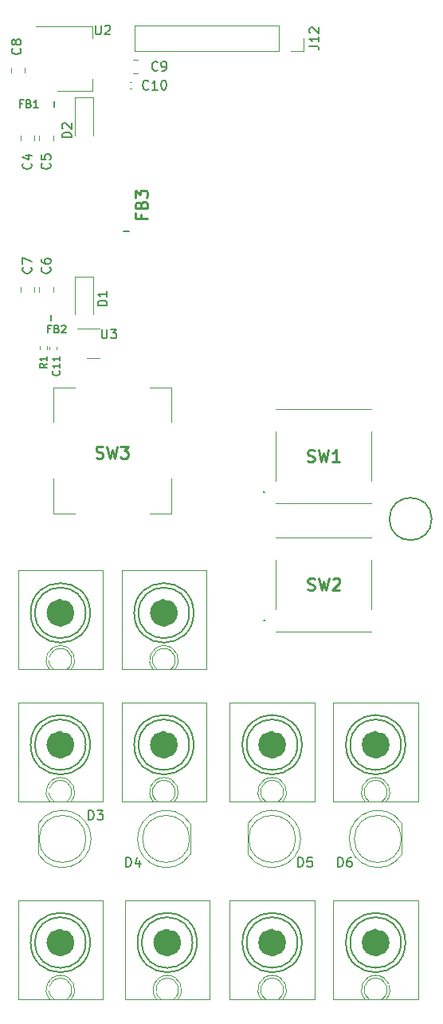
<source format=gbr>
%TF.GenerationSoftware,KiCad,Pcbnew,7.0.2*%
%TF.CreationDate,2025-01-10T16:25:51-06:00*%
%TF.ProjectId,gateDr_mainboard,67617465-4472-45f6-9d61-696e626f6172,rev?*%
%TF.SameCoordinates,Original*%
%TF.FileFunction,Legend,Top*%
%TF.FilePolarity,Positive*%
%FSLAX46Y46*%
G04 Gerber Fmt 4.6, Leading zero omitted, Abs format (unit mm)*
G04 Created by KiCad (PCBNEW 7.0.2) date 2025-01-10 16:25:51*
%MOMM*%
%LPD*%
G01*
G04 APERTURE LIST*
%ADD10C,0.150000*%
%ADD11C,0.200000*%
%ADD12C,0.254000*%
%ADD13C,0.120000*%
%ADD14C,0.100000*%
%ADD15C,1.500000*%
%ADD16C,0.127000*%
G04 APERTURE END LIST*
D10*
X98000000Y-115250000D02*
G75*
G03*
X98000000Y-115250000I-2250000J0D01*
G01*
D11*
%TO.C,FB2*%
X57483333Y-95051047D02*
X57216667Y-95051047D01*
X57216667Y-95470095D02*
X57216667Y-94670095D01*
X57216667Y-94670095D02*
X57597619Y-94670095D01*
X58169047Y-95051047D02*
X58283333Y-95089142D01*
X58283333Y-95089142D02*
X58321428Y-95127238D01*
X58321428Y-95127238D02*
X58359524Y-95203428D01*
X58359524Y-95203428D02*
X58359524Y-95317714D01*
X58359524Y-95317714D02*
X58321428Y-95393904D01*
X58321428Y-95393904D02*
X58283333Y-95432000D01*
X58283333Y-95432000D02*
X58207143Y-95470095D01*
X58207143Y-95470095D02*
X57902381Y-95470095D01*
X57902381Y-95470095D02*
X57902381Y-94670095D01*
X57902381Y-94670095D02*
X58169047Y-94670095D01*
X58169047Y-94670095D02*
X58245238Y-94708190D01*
X58245238Y-94708190D02*
X58283333Y-94746285D01*
X58283333Y-94746285D02*
X58321428Y-94822476D01*
X58321428Y-94822476D02*
X58321428Y-94898666D01*
X58321428Y-94898666D02*
X58283333Y-94974857D01*
X58283333Y-94974857D02*
X58245238Y-95012952D01*
X58245238Y-95012952D02*
X58169047Y-95051047D01*
X58169047Y-95051047D02*
X57902381Y-95051047D01*
X58664285Y-94746285D02*
X58702381Y-94708190D01*
X58702381Y-94708190D02*
X58778571Y-94670095D01*
X58778571Y-94670095D02*
X58969047Y-94670095D01*
X58969047Y-94670095D02*
X59045238Y-94708190D01*
X59045238Y-94708190D02*
X59083333Y-94746285D01*
X59083333Y-94746285D02*
X59121428Y-94822476D01*
X59121428Y-94822476D02*
X59121428Y-94898666D01*
X59121428Y-94898666D02*
X59083333Y-95012952D01*
X59083333Y-95012952D02*
X58626190Y-95470095D01*
X58626190Y-95470095D02*
X59121428Y-95470095D01*
D10*
%TO.C,D6*%
X88026905Y-152182619D02*
X88026905Y-151182619D01*
X88026905Y-151182619D02*
X88265000Y-151182619D01*
X88265000Y-151182619D02*
X88407857Y-151230238D01*
X88407857Y-151230238D02*
X88503095Y-151325476D01*
X88503095Y-151325476D02*
X88550714Y-151420714D01*
X88550714Y-151420714D02*
X88598333Y-151611190D01*
X88598333Y-151611190D02*
X88598333Y-151754047D01*
X88598333Y-151754047D02*
X88550714Y-151944523D01*
X88550714Y-151944523D02*
X88503095Y-152039761D01*
X88503095Y-152039761D02*
X88407857Y-152135000D01*
X88407857Y-152135000D02*
X88265000Y-152182619D01*
X88265000Y-152182619D02*
X88026905Y-152182619D01*
X89455476Y-151182619D02*
X89265000Y-151182619D01*
X89265000Y-151182619D02*
X89169762Y-151230238D01*
X89169762Y-151230238D02*
X89122143Y-151277857D01*
X89122143Y-151277857D02*
X89026905Y-151420714D01*
X89026905Y-151420714D02*
X88979286Y-151611190D01*
X88979286Y-151611190D02*
X88979286Y-151992142D01*
X88979286Y-151992142D02*
X89026905Y-152087380D01*
X89026905Y-152087380D02*
X89074524Y-152135000D01*
X89074524Y-152135000D02*
X89169762Y-152182619D01*
X89169762Y-152182619D02*
X89360238Y-152182619D01*
X89360238Y-152182619D02*
X89455476Y-152135000D01*
X89455476Y-152135000D02*
X89503095Y-152087380D01*
X89503095Y-152087380D02*
X89550714Y-151992142D01*
X89550714Y-151992142D02*
X89550714Y-151754047D01*
X89550714Y-151754047D02*
X89503095Y-151658809D01*
X89503095Y-151658809D02*
X89455476Y-151611190D01*
X89455476Y-151611190D02*
X89360238Y-151563571D01*
X89360238Y-151563571D02*
X89169762Y-151563571D01*
X89169762Y-151563571D02*
X89074524Y-151611190D01*
X89074524Y-151611190D02*
X89026905Y-151658809D01*
X89026905Y-151658809D02*
X88979286Y-151754047D01*
D12*
%TO.C,SW2*%
X84846666Y-122747050D02*
X85028095Y-122807526D01*
X85028095Y-122807526D02*
X85330476Y-122807526D01*
X85330476Y-122807526D02*
X85451428Y-122747050D01*
X85451428Y-122747050D02*
X85511904Y-122686573D01*
X85511904Y-122686573D02*
X85572381Y-122565621D01*
X85572381Y-122565621D02*
X85572381Y-122444669D01*
X85572381Y-122444669D02*
X85511904Y-122323716D01*
X85511904Y-122323716D02*
X85451428Y-122263240D01*
X85451428Y-122263240D02*
X85330476Y-122202764D01*
X85330476Y-122202764D02*
X85088571Y-122142288D01*
X85088571Y-122142288D02*
X84967619Y-122081811D01*
X84967619Y-122081811D02*
X84907142Y-122021335D01*
X84907142Y-122021335D02*
X84846666Y-121900383D01*
X84846666Y-121900383D02*
X84846666Y-121779430D01*
X84846666Y-121779430D02*
X84907142Y-121658478D01*
X84907142Y-121658478D02*
X84967619Y-121598002D01*
X84967619Y-121598002D02*
X85088571Y-121537526D01*
X85088571Y-121537526D02*
X85390952Y-121537526D01*
X85390952Y-121537526D02*
X85572381Y-121598002D01*
X85995714Y-121537526D02*
X86298095Y-122807526D01*
X86298095Y-122807526D02*
X86540000Y-121900383D01*
X86540000Y-121900383D02*
X86781905Y-122807526D01*
X86781905Y-122807526D02*
X87084286Y-121537526D01*
X87507619Y-121658478D02*
X87568095Y-121598002D01*
X87568095Y-121598002D02*
X87689048Y-121537526D01*
X87689048Y-121537526D02*
X87991429Y-121537526D01*
X87991429Y-121537526D02*
X88112381Y-121598002D01*
X88112381Y-121598002D02*
X88172857Y-121658478D01*
X88172857Y-121658478D02*
X88233334Y-121779430D01*
X88233334Y-121779430D02*
X88233334Y-121900383D01*
X88233334Y-121900383D02*
X88172857Y-122081811D01*
X88172857Y-122081811D02*
X87447143Y-122807526D01*
X87447143Y-122807526D02*
X88233334Y-122807526D01*
%TO.C,SW1*%
X84806666Y-109127050D02*
X84988095Y-109187526D01*
X84988095Y-109187526D02*
X85290476Y-109187526D01*
X85290476Y-109187526D02*
X85411428Y-109127050D01*
X85411428Y-109127050D02*
X85471904Y-109066573D01*
X85471904Y-109066573D02*
X85532381Y-108945621D01*
X85532381Y-108945621D02*
X85532381Y-108824669D01*
X85532381Y-108824669D02*
X85471904Y-108703716D01*
X85471904Y-108703716D02*
X85411428Y-108643240D01*
X85411428Y-108643240D02*
X85290476Y-108582764D01*
X85290476Y-108582764D02*
X85048571Y-108522288D01*
X85048571Y-108522288D02*
X84927619Y-108461811D01*
X84927619Y-108461811D02*
X84867142Y-108401335D01*
X84867142Y-108401335D02*
X84806666Y-108280383D01*
X84806666Y-108280383D02*
X84806666Y-108159430D01*
X84806666Y-108159430D02*
X84867142Y-108038478D01*
X84867142Y-108038478D02*
X84927619Y-107978002D01*
X84927619Y-107978002D02*
X85048571Y-107917526D01*
X85048571Y-107917526D02*
X85350952Y-107917526D01*
X85350952Y-107917526D02*
X85532381Y-107978002D01*
X85955714Y-107917526D02*
X86258095Y-109187526D01*
X86258095Y-109187526D02*
X86500000Y-108280383D01*
X86500000Y-108280383D02*
X86741905Y-109187526D01*
X86741905Y-109187526D02*
X87044286Y-107917526D01*
X88193334Y-109187526D02*
X87467619Y-109187526D01*
X87830476Y-109187526D02*
X87830476Y-107917526D01*
X87830476Y-107917526D02*
X87709524Y-108098954D01*
X87709524Y-108098954D02*
X87588572Y-108219907D01*
X87588572Y-108219907D02*
X87467619Y-108280383D01*
D10*
%TO.C,J12*%
X85002619Y-65029523D02*
X85716904Y-65029523D01*
X85716904Y-65029523D02*
X85859761Y-65077142D01*
X85859761Y-65077142D02*
X85955000Y-65172380D01*
X85955000Y-65172380D02*
X86002619Y-65315237D01*
X86002619Y-65315237D02*
X86002619Y-65410475D01*
X86002619Y-64029523D02*
X86002619Y-64600951D01*
X86002619Y-64315237D02*
X85002619Y-64315237D01*
X85002619Y-64315237D02*
X85145476Y-64410475D01*
X85145476Y-64410475D02*
X85240714Y-64505713D01*
X85240714Y-64505713D02*
X85288333Y-64600951D01*
X85097857Y-63648570D02*
X85050238Y-63600951D01*
X85050238Y-63600951D02*
X85002619Y-63505713D01*
X85002619Y-63505713D02*
X85002619Y-63267618D01*
X85002619Y-63267618D02*
X85050238Y-63172380D01*
X85050238Y-63172380D02*
X85097857Y-63124761D01*
X85097857Y-63124761D02*
X85193095Y-63077142D01*
X85193095Y-63077142D02*
X85288333Y-63077142D01*
X85288333Y-63077142D02*
X85431190Y-63124761D01*
X85431190Y-63124761D02*
X86002619Y-63696189D01*
X86002619Y-63696189D02*
X86002619Y-63077142D01*
%TO.C,D5*%
X83801905Y-152182619D02*
X83801905Y-151182619D01*
X83801905Y-151182619D02*
X84040000Y-151182619D01*
X84040000Y-151182619D02*
X84182857Y-151230238D01*
X84182857Y-151230238D02*
X84278095Y-151325476D01*
X84278095Y-151325476D02*
X84325714Y-151420714D01*
X84325714Y-151420714D02*
X84373333Y-151611190D01*
X84373333Y-151611190D02*
X84373333Y-151754047D01*
X84373333Y-151754047D02*
X84325714Y-151944523D01*
X84325714Y-151944523D02*
X84278095Y-152039761D01*
X84278095Y-152039761D02*
X84182857Y-152135000D01*
X84182857Y-152135000D02*
X84040000Y-152182619D01*
X84040000Y-152182619D02*
X83801905Y-152182619D01*
X85278095Y-151182619D02*
X84801905Y-151182619D01*
X84801905Y-151182619D02*
X84754286Y-151658809D01*
X84754286Y-151658809D02*
X84801905Y-151611190D01*
X84801905Y-151611190D02*
X84897143Y-151563571D01*
X84897143Y-151563571D02*
X85135238Y-151563571D01*
X85135238Y-151563571D02*
X85230476Y-151611190D01*
X85230476Y-151611190D02*
X85278095Y-151658809D01*
X85278095Y-151658809D02*
X85325714Y-151754047D01*
X85325714Y-151754047D02*
X85325714Y-151992142D01*
X85325714Y-151992142D02*
X85278095Y-152087380D01*
X85278095Y-152087380D02*
X85230476Y-152135000D01*
X85230476Y-152135000D02*
X85135238Y-152182619D01*
X85135238Y-152182619D02*
X84897143Y-152182619D01*
X84897143Y-152182619D02*
X84801905Y-152135000D01*
X84801905Y-152135000D02*
X84754286Y-152087380D01*
%TO.C,U3*%
X62938095Y-95092619D02*
X62938095Y-95902142D01*
X62938095Y-95902142D02*
X62985714Y-95997380D01*
X62985714Y-95997380D02*
X63033333Y-96045000D01*
X63033333Y-96045000D02*
X63128571Y-96092619D01*
X63128571Y-96092619D02*
X63319047Y-96092619D01*
X63319047Y-96092619D02*
X63414285Y-96045000D01*
X63414285Y-96045000D02*
X63461904Y-95997380D01*
X63461904Y-95997380D02*
X63509523Y-95902142D01*
X63509523Y-95902142D02*
X63509523Y-95092619D01*
X63890476Y-95092619D02*
X64509523Y-95092619D01*
X64509523Y-95092619D02*
X64176190Y-95473571D01*
X64176190Y-95473571D02*
X64319047Y-95473571D01*
X64319047Y-95473571D02*
X64414285Y-95521190D01*
X64414285Y-95521190D02*
X64461904Y-95568809D01*
X64461904Y-95568809D02*
X64509523Y-95664047D01*
X64509523Y-95664047D02*
X64509523Y-95902142D01*
X64509523Y-95902142D02*
X64461904Y-95997380D01*
X64461904Y-95997380D02*
X64414285Y-96045000D01*
X64414285Y-96045000D02*
X64319047Y-96092619D01*
X64319047Y-96092619D02*
X64033333Y-96092619D01*
X64033333Y-96092619D02*
X63938095Y-96045000D01*
X63938095Y-96045000D02*
X63890476Y-95997380D01*
%TO.C,C6*%
X57407380Y-88536666D02*
X57455000Y-88584285D01*
X57455000Y-88584285D02*
X57502619Y-88727142D01*
X57502619Y-88727142D02*
X57502619Y-88822380D01*
X57502619Y-88822380D02*
X57455000Y-88965237D01*
X57455000Y-88965237D02*
X57359761Y-89060475D01*
X57359761Y-89060475D02*
X57264523Y-89108094D01*
X57264523Y-89108094D02*
X57074047Y-89155713D01*
X57074047Y-89155713D02*
X56931190Y-89155713D01*
X56931190Y-89155713D02*
X56740714Y-89108094D01*
X56740714Y-89108094D02*
X56645476Y-89060475D01*
X56645476Y-89060475D02*
X56550238Y-88965237D01*
X56550238Y-88965237D02*
X56502619Y-88822380D01*
X56502619Y-88822380D02*
X56502619Y-88727142D01*
X56502619Y-88727142D02*
X56550238Y-88584285D01*
X56550238Y-88584285D02*
X56597857Y-88536666D01*
X56502619Y-87679523D02*
X56502619Y-87869999D01*
X56502619Y-87869999D02*
X56550238Y-87965237D01*
X56550238Y-87965237D02*
X56597857Y-88012856D01*
X56597857Y-88012856D02*
X56740714Y-88108094D01*
X56740714Y-88108094D02*
X56931190Y-88155713D01*
X56931190Y-88155713D02*
X57312142Y-88155713D01*
X57312142Y-88155713D02*
X57407380Y-88108094D01*
X57407380Y-88108094D02*
X57455000Y-88060475D01*
X57455000Y-88060475D02*
X57502619Y-87965237D01*
X57502619Y-87965237D02*
X57502619Y-87774761D01*
X57502619Y-87774761D02*
X57455000Y-87679523D01*
X57455000Y-87679523D02*
X57407380Y-87631904D01*
X57407380Y-87631904D02*
X57312142Y-87584285D01*
X57312142Y-87584285D02*
X57074047Y-87584285D01*
X57074047Y-87584285D02*
X56978809Y-87631904D01*
X56978809Y-87631904D02*
X56931190Y-87679523D01*
X56931190Y-87679523D02*
X56883571Y-87774761D01*
X56883571Y-87774761D02*
X56883571Y-87965237D01*
X56883571Y-87965237D02*
X56931190Y-88060475D01*
X56931190Y-88060475D02*
X56978809Y-88108094D01*
X56978809Y-88108094D02*
X57074047Y-88155713D01*
%TO.C,U2*%
X62278095Y-62832619D02*
X62278095Y-63642142D01*
X62278095Y-63642142D02*
X62325714Y-63737380D01*
X62325714Y-63737380D02*
X62373333Y-63785000D01*
X62373333Y-63785000D02*
X62468571Y-63832619D01*
X62468571Y-63832619D02*
X62659047Y-63832619D01*
X62659047Y-63832619D02*
X62754285Y-63785000D01*
X62754285Y-63785000D02*
X62801904Y-63737380D01*
X62801904Y-63737380D02*
X62849523Y-63642142D01*
X62849523Y-63642142D02*
X62849523Y-62832619D01*
X63278095Y-62927857D02*
X63325714Y-62880238D01*
X63325714Y-62880238D02*
X63420952Y-62832619D01*
X63420952Y-62832619D02*
X63659047Y-62832619D01*
X63659047Y-62832619D02*
X63754285Y-62880238D01*
X63754285Y-62880238D02*
X63801904Y-62927857D01*
X63801904Y-62927857D02*
X63849523Y-63023095D01*
X63849523Y-63023095D02*
X63849523Y-63118333D01*
X63849523Y-63118333D02*
X63801904Y-63261190D01*
X63801904Y-63261190D02*
X63230476Y-63832619D01*
X63230476Y-63832619D02*
X63849523Y-63832619D01*
D12*
%TO.C,FB3*%
X67122288Y-82958332D02*
X67122288Y-83381666D01*
X67787526Y-83381666D02*
X66517526Y-83381666D01*
X66517526Y-83381666D02*
X66517526Y-82776904D01*
X67122288Y-81869761D02*
X67182764Y-81688333D01*
X67182764Y-81688333D02*
X67243240Y-81627856D01*
X67243240Y-81627856D02*
X67364192Y-81567380D01*
X67364192Y-81567380D02*
X67545621Y-81567380D01*
X67545621Y-81567380D02*
X67666573Y-81627856D01*
X67666573Y-81627856D02*
X67727050Y-81688333D01*
X67727050Y-81688333D02*
X67787526Y-81809285D01*
X67787526Y-81809285D02*
X67787526Y-82293095D01*
X67787526Y-82293095D02*
X66517526Y-82293095D01*
X66517526Y-82293095D02*
X66517526Y-81869761D01*
X66517526Y-81869761D02*
X66578002Y-81748809D01*
X66578002Y-81748809D02*
X66638478Y-81688333D01*
X66638478Y-81688333D02*
X66759430Y-81627856D01*
X66759430Y-81627856D02*
X66880383Y-81627856D01*
X66880383Y-81627856D02*
X67001335Y-81688333D01*
X67001335Y-81688333D02*
X67061811Y-81748809D01*
X67061811Y-81748809D02*
X67122288Y-81869761D01*
X67122288Y-81869761D02*
X67122288Y-82293095D01*
X66517526Y-81144047D02*
X66517526Y-80357856D01*
X66517526Y-80357856D02*
X67001335Y-80781190D01*
X67001335Y-80781190D02*
X67001335Y-80599761D01*
X67001335Y-80599761D02*
X67061811Y-80478809D01*
X67061811Y-80478809D02*
X67122288Y-80418333D01*
X67122288Y-80418333D02*
X67243240Y-80357856D01*
X67243240Y-80357856D02*
X67545621Y-80357856D01*
X67545621Y-80357856D02*
X67666573Y-80418333D01*
X67666573Y-80418333D02*
X67727050Y-80478809D01*
X67727050Y-80478809D02*
X67787526Y-80599761D01*
X67787526Y-80599761D02*
X67787526Y-80962618D01*
X67787526Y-80962618D02*
X67727050Y-81083571D01*
X67727050Y-81083571D02*
X67666573Y-81144047D01*
D10*
%TO.C,D3*%
X61536905Y-147182619D02*
X61536905Y-146182619D01*
X61536905Y-146182619D02*
X61775000Y-146182619D01*
X61775000Y-146182619D02*
X61917857Y-146230238D01*
X61917857Y-146230238D02*
X62013095Y-146325476D01*
X62013095Y-146325476D02*
X62060714Y-146420714D01*
X62060714Y-146420714D02*
X62108333Y-146611190D01*
X62108333Y-146611190D02*
X62108333Y-146754047D01*
X62108333Y-146754047D02*
X62060714Y-146944523D01*
X62060714Y-146944523D02*
X62013095Y-147039761D01*
X62013095Y-147039761D02*
X61917857Y-147135000D01*
X61917857Y-147135000D02*
X61775000Y-147182619D01*
X61775000Y-147182619D02*
X61536905Y-147182619D01*
X62441667Y-146182619D02*
X63060714Y-146182619D01*
X63060714Y-146182619D02*
X62727381Y-146563571D01*
X62727381Y-146563571D02*
X62870238Y-146563571D01*
X62870238Y-146563571D02*
X62965476Y-146611190D01*
X62965476Y-146611190D02*
X63013095Y-146658809D01*
X63013095Y-146658809D02*
X63060714Y-146754047D01*
X63060714Y-146754047D02*
X63060714Y-146992142D01*
X63060714Y-146992142D02*
X63013095Y-147087380D01*
X63013095Y-147087380D02*
X62965476Y-147135000D01*
X62965476Y-147135000D02*
X62870238Y-147182619D01*
X62870238Y-147182619D02*
X62584524Y-147182619D01*
X62584524Y-147182619D02*
X62489286Y-147135000D01*
X62489286Y-147135000D02*
X62441667Y-147087380D01*
%TO.C,C10*%
X67897142Y-69587380D02*
X67849523Y-69635000D01*
X67849523Y-69635000D02*
X67706666Y-69682619D01*
X67706666Y-69682619D02*
X67611428Y-69682619D01*
X67611428Y-69682619D02*
X67468571Y-69635000D01*
X67468571Y-69635000D02*
X67373333Y-69539761D01*
X67373333Y-69539761D02*
X67325714Y-69444523D01*
X67325714Y-69444523D02*
X67278095Y-69254047D01*
X67278095Y-69254047D02*
X67278095Y-69111190D01*
X67278095Y-69111190D02*
X67325714Y-68920714D01*
X67325714Y-68920714D02*
X67373333Y-68825476D01*
X67373333Y-68825476D02*
X67468571Y-68730238D01*
X67468571Y-68730238D02*
X67611428Y-68682619D01*
X67611428Y-68682619D02*
X67706666Y-68682619D01*
X67706666Y-68682619D02*
X67849523Y-68730238D01*
X67849523Y-68730238D02*
X67897142Y-68777857D01*
X68849523Y-69682619D02*
X68278095Y-69682619D01*
X68563809Y-69682619D02*
X68563809Y-68682619D01*
X68563809Y-68682619D02*
X68468571Y-68825476D01*
X68468571Y-68825476D02*
X68373333Y-68920714D01*
X68373333Y-68920714D02*
X68278095Y-68968333D01*
X69468571Y-68682619D02*
X69563809Y-68682619D01*
X69563809Y-68682619D02*
X69659047Y-68730238D01*
X69659047Y-68730238D02*
X69706666Y-68777857D01*
X69706666Y-68777857D02*
X69754285Y-68873095D01*
X69754285Y-68873095D02*
X69801904Y-69063571D01*
X69801904Y-69063571D02*
X69801904Y-69301666D01*
X69801904Y-69301666D02*
X69754285Y-69492142D01*
X69754285Y-69492142D02*
X69706666Y-69587380D01*
X69706666Y-69587380D02*
X69659047Y-69635000D01*
X69659047Y-69635000D02*
X69563809Y-69682619D01*
X69563809Y-69682619D02*
X69468571Y-69682619D01*
X69468571Y-69682619D02*
X69373333Y-69635000D01*
X69373333Y-69635000D02*
X69325714Y-69587380D01*
X69325714Y-69587380D02*
X69278095Y-69492142D01*
X69278095Y-69492142D02*
X69230476Y-69301666D01*
X69230476Y-69301666D02*
X69230476Y-69063571D01*
X69230476Y-69063571D02*
X69278095Y-68873095D01*
X69278095Y-68873095D02*
X69325714Y-68777857D01*
X69325714Y-68777857D02*
X69373333Y-68730238D01*
X69373333Y-68730238D02*
X69468571Y-68682619D01*
%TO.C,C9*%
X68873333Y-67587380D02*
X68825714Y-67635000D01*
X68825714Y-67635000D02*
X68682857Y-67682619D01*
X68682857Y-67682619D02*
X68587619Y-67682619D01*
X68587619Y-67682619D02*
X68444762Y-67635000D01*
X68444762Y-67635000D02*
X68349524Y-67539761D01*
X68349524Y-67539761D02*
X68301905Y-67444523D01*
X68301905Y-67444523D02*
X68254286Y-67254047D01*
X68254286Y-67254047D02*
X68254286Y-67111190D01*
X68254286Y-67111190D02*
X68301905Y-66920714D01*
X68301905Y-66920714D02*
X68349524Y-66825476D01*
X68349524Y-66825476D02*
X68444762Y-66730238D01*
X68444762Y-66730238D02*
X68587619Y-66682619D01*
X68587619Y-66682619D02*
X68682857Y-66682619D01*
X68682857Y-66682619D02*
X68825714Y-66730238D01*
X68825714Y-66730238D02*
X68873333Y-66777857D01*
X69349524Y-67682619D02*
X69540000Y-67682619D01*
X69540000Y-67682619D02*
X69635238Y-67635000D01*
X69635238Y-67635000D02*
X69682857Y-67587380D01*
X69682857Y-67587380D02*
X69778095Y-67444523D01*
X69778095Y-67444523D02*
X69825714Y-67254047D01*
X69825714Y-67254047D02*
X69825714Y-66873095D01*
X69825714Y-66873095D02*
X69778095Y-66777857D01*
X69778095Y-66777857D02*
X69730476Y-66730238D01*
X69730476Y-66730238D02*
X69635238Y-66682619D01*
X69635238Y-66682619D02*
X69444762Y-66682619D01*
X69444762Y-66682619D02*
X69349524Y-66730238D01*
X69349524Y-66730238D02*
X69301905Y-66777857D01*
X69301905Y-66777857D02*
X69254286Y-66873095D01*
X69254286Y-66873095D02*
X69254286Y-67111190D01*
X69254286Y-67111190D02*
X69301905Y-67206428D01*
X69301905Y-67206428D02*
X69349524Y-67254047D01*
X69349524Y-67254047D02*
X69444762Y-67301666D01*
X69444762Y-67301666D02*
X69635238Y-67301666D01*
X69635238Y-67301666D02*
X69730476Y-67254047D01*
X69730476Y-67254047D02*
X69778095Y-67206428D01*
X69778095Y-67206428D02*
X69825714Y-67111190D01*
%TO.C,R1*%
X57120095Y-98763332D02*
X56739142Y-99029999D01*
X57120095Y-99220475D02*
X56320095Y-99220475D01*
X56320095Y-99220475D02*
X56320095Y-98915713D01*
X56320095Y-98915713D02*
X56358190Y-98839523D01*
X56358190Y-98839523D02*
X56396285Y-98801428D01*
X56396285Y-98801428D02*
X56472476Y-98763332D01*
X56472476Y-98763332D02*
X56586761Y-98763332D01*
X56586761Y-98763332D02*
X56662952Y-98801428D01*
X56662952Y-98801428D02*
X56701047Y-98839523D01*
X56701047Y-98839523D02*
X56739142Y-98915713D01*
X56739142Y-98915713D02*
X56739142Y-99220475D01*
X57120095Y-98001428D02*
X57120095Y-98458571D01*
X57120095Y-98229999D02*
X56320095Y-98229999D01*
X56320095Y-98229999D02*
X56434380Y-98306190D01*
X56434380Y-98306190D02*
X56510571Y-98382380D01*
X56510571Y-98382380D02*
X56548666Y-98458571D01*
D12*
%TO.C,SW3*%
X62346666Y-108747050D02*
X62528095Y-108807526D01*
X62528095Y-108807526D02*
X62830476Y-108807526D01*
X62830476Y-108807526D02*
X62951428Y-108747050D01*
X62951428Y-108747050D02*
X63011904Y-108686573D01*
X63011904Y-108686573D02*
X63072381Y-108565621D01*
X63072381Y-108565621D02*
X63072381Y-108444669D01*
X63072381Y-108444669D02*
X63011904Y-108323716D01*
X63011904Y-108323716D02*
X62951428Y-108263240D01*
X62951428Y-108263240D02*
X62830476Y-108202764D01*
X62830476Y-108202764D02*
X62588571Y-108142288D01*
X62588571Y-108142288D02*
X62467619Y-108081811D01*
X62467619Y-108081811D02*
X62407142Y-108021335D01*
X62407142Y-108021335D02*
X62346666Y-107900383D01*
X62346666Y-107900383D02*
X62346666Y-107779430D01*
X62346666Y-107779430D02*
X62407142Y-107658478D01*
X62407142Y-107658478D02*
X62467619Y-107598002D01*
X62467619Y-107598002D02*
X62588571Y-107537526D01*
X62588571Y-107537526D02*
X62890952Y-107537526D01*
X62890952Y-107537526D02*
X63072381Y-107598002D01*
X63495714Y-107537526D02*
X63798095Y-108807526D01*
X63798095Y-108807526D02*
X64040000Y-107900383D01*
X64040000Y-107900383D02*
X64281905Y-108807526D01*
X64281905Y-108807526D02*
X64584286Y-107537526D01*
X64947143Y-107537526D02*
X65733334Y-107537526D01*
X65733334Y-107537526D02*
X65310000Y-108021335D01*
X65310000Y-108021335D02*
X65491429Y-108021335D01*
X65491429Y-108021335D02*
X65612381Y-108081811D01*
X65612381Y-108081811D02*
X65672857Y-108142288D01*
X65672857Y-108142288D02*
X65733334Y-108263240D01*
X65733334Y-108263240D02*
X65733334Y-108565621D01*
X65733334Y-108565621D02*
X65672857Y-108686573D01*
X65672857Y-108686573D02*
X65612381Y-108747050D01*
X65612381Y-108747050D02*
X65491429Y-108807526D01*
X65491429Y-108807526D02*
X65128572Y-108807526D01*
X65128572Y-108807526D02*
X65007619Y-108747050D01*
X65007619Y-108747050D02*
X64947143Y-108686573D01*
D11*
%TO.C,FB1*%
X54533333Y-71151047D02*
X54266667Y-71151047D01*
X54266667Y-71570095D02*
X54266667Y-70770095D01*
X54266667Y-70770095D02*
X54647619Y-70770095D01*
X55219047Y-71151047D02*
X55333333Y-71189142D01*
X55333333Y-71189142D02*
X55371428Y-71227238D01*
X55371428Y-71227238D02*
X55409524Y-71303428D01*
X55409524Y-71303428D02*
X55409524Y-71417714D01*
X55409524Y-71417714D02*
X55371428Y-71493904D01*
X55371428Y-71493904D02*
X55333333Y-71532000D01*
X55333333Y-71532000D02*
X55257143Y-71570095D01*
X55257143Y-71570095D02*
X54952381Y-71570095D01*
X54952381Y-71570095D02*
X54952381Y-70770095D01*
X54952381Y-70770095D02*
X55219047Y-70770095D01*
X55219047Y-70770095D02*
X55295238Y-70808190D01*
X55295238Y-70808190D02*
X55333333Y-70846285D01*
X55333333Y-70846285D02*
X55371428Y-70922476D01*
X55371428Y-70922476D02*
X55371428Y-70998666D01*
X55371428Y-70998666D02*
X55333333Y-71074857D01*
X55333333Y-71074857D02*
X55295238Y-71112952D01*
X55295238Y-71112952D02*
X55219047Y-71151047D01*
X55219047Y-71151047D02*
X54952381Y-71151047D01*
X56171428Y-71570095D02*
X55714285Y-71570095D01*
X55942857Y-71570095D02*
X55942857Y-70770095D01*
X55942857Y-70770095D02*
X55866666Y-70884380D01*
X55866666Y-70884380D02*
X55790476Y-70960571D01*
X55790476Y-70960571D02*
X55714285Y-70998666D01*
D10*
%TO.C,C8*%
X54257380Y-65296666D02*
X54305000Y-65344285D01*
X54305000Y-65344285D02*
X54352619Y-65487142D01*
X54352619Y-65487142D02*
X54352619Y-65582380D01*
X54352619Y-65582380D02*
X54305000Y-65725237D01*
X54305000Y-65725237D02*
X54209761Y-65820475D01*
X54209761Y-65820475D02*
X54114523Y-65868094D01*
X54114523Y-65868094D02*
X53924047Y-65915713D01*
X53924047Y-65915713D02*
X53781190Y-65915713D01*
X53781190Y-65915713D02*
X53590714Y-65868094D01*
X53590714Y-65868094D02*
X53495476Y-65820475D01*
X53495476Y-65820475D02*
X53400238Y-65725237D01*
X53400238Y-65725237D02*
X53352619Y-65582380D01*
X53352619Y-65582380D02*
X53352619Y-65487142D01*
X53352619Y-65487142D02*
X53400238Y-65344285D01*
X53400238Y-65344285D02*
X53447857Y-65296666D01*
X53781190Y-64725237D02*
X53733571Y-64820475D01*
X53733571Y-64820475D02*
X53685952Y-64868094D01*
X53685952Y-64868094D02*
X53590714Y-64915713D01*
X53590714Y-64915713D02*
X53543095Y-64915713D01*
X53543095Y-64915713D02*
X53447857Y-64868094D01*
X53447857Y-64868094D02*
X53400238Y-64820475D01*
X53400238Y-64820475D02*
X53352619Y-64725237D01*
X53352619Y-64725237D02*
X53352619Y-64534761D01*
X53352619Y-64534761D02*
X53400238Y-64439523D01*
X53400238Y-64439523D02*
X53447857Y-64391904D01*
X53447857Y-64391904D02*
X53543095Y-64344285D01*
X53543095Y-64344285D02*
X53590714Y-64344285D01*
X53590714Y-64344285D02*
X53685952Y-64391904D01*
X53685952Y-64391904D02*
X53733571Y-64439523D01*
X53733571Y-64439523D02*
X53781190Y-64534761D01*
X53781190Y-64534761D02*
X53781190Y-64725237D01*
X53781190Y-64725237D02*
X53828809Y-64820475D01*
X53828809Y-64820475D02*
X53876428Y-64868094D01*
X53876428Y-64868094D02*
X53971666Y-64915713D01*
X53971666Y-64915713D02*
X54162142Y-64915713D01*
X54162142Y-64915713D02*
X54257380Y-64868094D01*
X54257380Y-64868094D02*
X54305000Y-64820475D01*
X54305000Y-64820475D02*
X54352619Y-64725237D01*
X54352619Y-64725237D02*
X54352619Y-64534761D01*
X54352619Y-64534761D02*
X54305000Y-64439523D01*
X54305000Y-64439523D02*
X54257380Y-64391904D01*
X54257380Y-64391904D02*
X54162142Y-64344285D01*
X54162142Y-64344285D02*
X53971666Y-64344285D01*
X53971666Y-64344285D02*
X53876428Y-64391904D01*
X53876428Y-64391904D02*
X53828809Y-64439523D01*
X53828809Y-64439523D02*
X53781190Y-64534761D01*
%TO.C,C4*%
X55407380Y-77486666D02*
X55455000Y-77534285D01*
X55455000Y-77534285D02*
X55502619Y-77677142D01*
X55502619Y-77677142D02*
X55502619Y-77772380D01*
X55502619Y-77772380D02*
X55455000Y-77915237D01*
X55455000Y-77915237D02*
X55359761Y-78010475D01*
X55359761Y-78010475D02*
X55264523Y-78058094D01*
X55264523Y-78058094D02*
X55074047Y-78105713D01*
X55074047Y-78105713D02*
X54931190Y-78105713D01*
X54931190Y-78105713D02*
X54740714Y-78058094D01*
X54740714Y-78058094D02*
X54645476Y-78010475D01*
X54645476Y-78010475D02*
X54550238Y-77915237D01*
X54550238Y-77915237D02*
X54502619Y-77772380D01*
X54502619Y-77772380D02*
X54502619Y-77677142D01*
X54502619Y-77677142D02*
X54550238Y-77534285D01*
X54550238Y-77534285D02*
X54597857Y-77486666D01*
X54835952Y-76629523D02*
X55502619Y-76629523D01*
X54455000Y-76867618D02*
X55169285Y-77105713D01*
X55169285Y-77105713D02*
X55169285Y-76486666D01*
%TO.C,D4*%
X65526905Y-152182619D02*
X65526905Y-151182619D01*
X65526905Y-151182619D02*
X65765000Y-151182619D01*
X65765000Y-151182619D02*
X65907857Y-151230238D01*
X65907857Y-151230238D02*
X66003095Y-151325476D01*
X66003095Y-151325476D02*
X66050714Y-151420714D01*
X66050714Y-151420714D02*
X66098333Y-151611190D01*
X66098333Y-151611190D02*
X66098333Y-151754047D01*
X66098333Y-151754047D02*
X66050714Y-151944523D01*
X66050714Y-151944523D02*
X66003095Y-152039761D01*
X66003095Y-152039761D02*
X65907857Y-152135000D01*
X65907857Y-152135000D02*
X65765000Y-152182619D01*
X65765000Y-152182619D02*
X65526905Y-152182619D01*
X66955476Y-151515952D02*
X66955476Y-152182619D01*
X66717381Y-151135000D02*
X66479286Y-151849285D01*
X66479286Y-151849285D02*
X67098333Y-151849285D01*
%TO.C,C7*%
X55417380Y-88536666D02*
X55465000Y-88584285D01*
X55465000Y-88584285D02*
X55512619Y-88727142D01*
X55512619Y-88727142D02*
X55512619Y-88822380D01*
X55512619Y-88822380D02*
X55465000Y-88965237D01*
X55465000Y-88965237D02*
X55369761Y-89060475D01*
X55369761Y-89060475D02*
X55274523Y-89108094D01*
X55274523Y-89108094D02*
X55084047Y-89155713D01*
X55084047Y-89155713D02*
X54941190Y-89155713D01*
X54941190Y-89155713D02*
X54750714Y-89108094D01*
X54750714Y-89108094D02*
X54655476Y-89060475D01*
X54655476Y-89060475D02*
X54560238Y-88965237D01*
X54560238Y-88965237D02*
X54512619Y-88822380D01*
X54512619Y-88822380D02*
X54512619Y-88727142D01*
X54512619Y-88727142D02*
X54560238Y-88584285D01*
X54560238Y-88584285D02*
X54607857Y-88536666D01*
X54512619Y-88203332D02*
X54512619Y-87536666D01*
X54512619Y-87536666D02*
X55512619Y-87965237D01*
%TO.C,D2*%
X59712619Y-74758094D02*
X58712619Y-74758094D01*
X58712619Y-74758094D02*
X58712619Y-74519999D01*
X58712619Y-74519999D02*
X58760238Y-74377142D01*
X58760238Y-74377142D02*
X58855476Y-74281904D01*
X58855476Y-74281904D02*
X58950714Y-74234285D01*
X58950714Y-74234285D02*
X59141190Y-74186666D01*
X59141190Y-74186666D02*
X59284047Y-74186666D01*
X59284047Y-74186666D02*
X59474523Y-74234285D01*
X59474523Y-74234285D02*
X59569761Y-74281904D01*
X59569761Y-74281904D02*
X59665000Y-74377142D01*
X59665000Y-74377142D02*
X59712619Y-74519999D01*
X59712619Y-74519999D02*
X59712619Y-74758094D01*
X58807857Y-73805713D02*
X58760238Y-73758094D01*
X58760238Y-73758094D02*
X58712619Y-73662856D01*
X58712619Y-73662856D02*
X58712619Y-73424761D01*
X58712619Y-73424761D02*
X58760238Y-73329523D01*
X58760238Y-73329523D02*
X58807857Y-73281904D01*
X58807857Y-73281904D02*
X58903095Y-73234285D01*
X58903095Y-73234285D02*
X58998333Y-73234285D01*
X58998333Y-73234285D02*
X59141190Y-73281904D01*
X59141190Y-73281904D02*
X59712619Y-73853332D01*
X59712619Y-73853332D02*
X59712619Y-73234285D01*
%TO.C,D1*%
X63502619Y-92608094D02*
X62502619Y-92608094D01*
X62502619Y-92608094D02*
X62502619Y-92369999D01*
X62502619Y-92369999D02*
X62550238Y-92227142D01*
X62550238Y-92227142D02*
X62645476Y-92131904D01*
X62645476Y-92131904D02*
X62740714Y-92084285D01*
X62740714Y-92084285D02*
X62931190Y-92036666D01*
X62931190Y-92036666D02*
X63074047Y-92036666D01*
X63074047Y-92036666D02*
X63264523Y-92084285D01*
X63264523Y-92084285D02*
X63359761Y-92131904D01*
X63359761Y-92131904D02*
X63455000Y-92227142D01*
X63455000Y-92227142D02*
X63502619Y-92369999D01*
X63502619Y-92369999D02*
X63502619Y-92608094D01*
X63502619Y-91084285D02*
X63502619Y-91655713D01*
X63502619Y-91369999D02*
X62502619Y-91369999D01*
X62502619Y-91369999D02*
X62645476Y-91465237D01*
X62645476Y-91465237D02*
X62740714Y-91560475D01*
X62740714Y-91560475D02*
X62788333Y-91655713D01*
%TO.C,C5*%
X57407380Y-77486666D02*
X57455000Y-77534285D01*
X57455000Y-77534285D02*
X57502619Y-77677142D01*
X57502619Y-77677142D02*
X57502619Y-77772380D01*
X57502619Y-77772380D02*
X57455000Y-77915237D01*
X57455000Y-77915237D02*
X57359761Y-78010475D01*
X57359761Y-78010475D02*
X57264523Y-78058094D01*
X57264523Y-78058094D02*
X57074047Y-78105713D01*
X57074047Y-78105713D02*
X56931190Y-78105713D01*
X56931190Y-78105713D02*
X56740714Y-78058094D01*
X56740714Y-78058094D02*
X56645476Y-78010475D01*
X56645476Y-78010475D02*
X56550238Y-77915237D01*
X56550238Y-77915237D02*
X56502619Y-77772380D01*
X56502619Y-77772380D02*
X56502619Y-77677142D01*
X56502619Y-77677142D02*
X56550238Y-77534285D01*
X56550238Y-77534285D02*
X56597857Y-77486666D01*
X56502619Y-76581904D02*
X56502619Y-77058094D01*
X56502619Y-77058094D02*
X56978809Y-77105713D01*
X56978809Y-77105713D02*
X56931190Y-77058094D01*
X56931190Y-77058094D02*
X56883571Y-76962856D01*
X56883571Y-76962856D02*
X56883571Y-76724761D01*
X56883571Y-76724761D02*
X56931190Y-76629523D01*
X56931190Y-76629523D02*
X56978809Y-76581904D01*
X56978809Y-76581904D02*
X57074047Y-76534285D01*
X57074047Y-76534285D02*
X57312142Y-76534285D01*
X57312142Y-76534285D02*
X57407380Y-76581904D01*
X57407380Y-76581904D02*
X57455000Y-76629523D01*
X57455000Y-76629523D02*
X57502619Y-76724761D01*
X57502619Y-76724761D02*
X57502619Y-76962856D01*
X57502619Y-76962856D02*
X57455000Y-77058094D01*
X57455000Y-77058094D02*
X57407380Y-77105713D01*
%TO.C,C11*%
X58393904Y-99514285D02*
X58432000Y-99552381D01*
X58432000Y-99552381D02*
X58470095Y-99666666D01*
X58470095Y-99666666D02*
X58470095Y-99742857D01*
X58470095Y-99742857D02*
X58432000Y-99857143D01*
X58432000Y-99857143D02*
X58355809Y-99933333D01*
X58355809Y-99933333D02*
X58279619Y-99971428D01*
X58279619Y-99971428D02*
X58127238Y-100009524D01*
X58127238Y-100009524D02*
X58012952Y-100009524D01*
X58012952Y-100009524D02*
X57860571Y-99971428D01*
X57860571Y-99971428D02*
X57784380Y-99933333D01*
X57784380Y-99933333D02*
X57708190Y-99857143D01*
X57708190Y-99857143D02*
X57670095Y-99742857D01*
X57670095Y-99742857D02*
X57670095Y-99666666D01*
X57670095Y-99666666D02*
X57708190Y-99552381D01*
X57708190Y-99552381D02*
X57746285Y-99514285D01*
X58470095Y-98752381D02*
X58470095Y-99209524D01*
X58470095Y-98980952D02*
X57670095Y-98980952D01*
X57670095Y-98980952D02*
X57784380Y-99057143D01*
X57784380Y-99057143D02*
X57860571Y-99133333D01*
X57860571Y-99133333D02*
X57898666Y-99209524D01*
X58470095Y-97990476D02*
X58470095Y-98447619D01*
X58470095Y-98219047D02*
X57670095Y-98219047D01*
X57670095Y-98219047D02*
X57784380Y-98295238D01*
X57784380Y-98295238D02*
X57860571Y-98371428D01*
X57860571Y-98371428D02*
X57898666Y-98447619D01*
D11*
%TO.C,FB2*%
X57540000Y-94170000D02*
X57540000Y-93570000D01*
D13*
%TO.C,D6*%
X94830000Y-150860000D02*
X94830000Y-147580000D01*
X89230002Y-149218042D02*
G75*
G03*
X94829999Y-150859511I3039998J-1958D01*
G01*
X94829999Y-147580489D02*
G75*
G03*
X89230002Y-149221958I-2559999J-1639511D01*
G01*
X94770000Y-149220000D02*
G75*
G03*
X94770000Y-149220000I-2500000J0D01*
G01*
D14*
%TO.C,SW2*%
X91620000Y-127220000D02*
X91620000Y-127220000D01*
X91620000Y-127220000D02*
X81460000Y-127220000D01*
X91620000Y-124820000D02*
X91620000Y-124820000D01*
X91620000Y-124820000D02*
X91620000Y-119620000D01*
X91620000Y-119620000D02*
X91620000Y-124820000D01*
X91620000Y-119620000D02*
X91620000Y-119620000D01*
X91620000Y-117220000D02*
X91620000Y-117220000D01*
X91620000Y-117220000D02*
X81460000Y-117220000D01*
X81460000Y-127220000D02*
X91620000Y-127220000D01*
X81460000Y-127220000D02*
X81460000Y-127220000D01*
X81460000Y-124820000D02*
X81460000Y-124820000D01*
X81460000Y-124820000D02*
X81460000Y-119620000D01*
X81460000Y-119620000D02*
X81460000Y-124820000D01*
X81460000Y-119620000D02*
X81460000Y-119620000D01*
X81460000Y-117220000D02*
X91620000Y-117220000D01*
X81460000Y-117220000D02*
X81460000Y-117220000D01*
D11*
X80260000Y-126030000D02*
X80260000Y-126030000D01*
X80260000Y-126030000D02*
X80260000Y-126030000D01*
X80160000Y-126030000D02*
X80160000Y-126030000D01*
X80160000Y-126030000D02*
G75*
G03*
X80260000Y-126030000I50000J0D01*
G01*
X80260000Y-126030000D02*
G75*
G03*
X80160000Y-126030000I-50000J0D01*
G01*
X80260000Y-126030000D02*
G75*
G03*
X80160000Y-126030000I-50000J0D01*
G01*
D14*
%TO.C,SW1*%
X91580000Y-113600000D02*
X91580000Y-113600000D01*
X91580000Y-113600000D02*
X81420000Y-113600000D01*
X91580000Y-111200000D02*
X91580000Y-111200000D01*
X91580000Y-111200000D02*
X91580000Y-106000000D01*
X91580000Y-106000000D02*
X91580000Y-111200000D01*
X91580000Y-106000000D02*
X91580000Y-106000000D01*
X91580000Y-103600000D02*
X91580000Y-103600000D01*
X91580000Y-103600000D02*
X81420000Y-103600000D01*
X81420000Y-113600000D02*
X91580000Y-113600000D01*
X81420000Y-113600000D02*
X81420000Y-113600000D01*
X81420000Y-111200000D02*
X81420000Y-111200000D01*
X81420000Y-111200000D02*
X81420000Y-106000000D01*
X81420000Y-106000000D02*
X81420000Y-111200000D01*
X81420000Y-106000000D02*
X81420000Y-106000000D01*
X81420000Y-103600000D02*
X91580000Y-103600000D01*
X81420000Y-103600000D02*
X81420000Y-103600000D01*
D11*
X80220000Y-112410000D02*
X80220000Y-112410000D01*
X80220000Y-112410000D02*
X80220000Y-112410000D01*
X80120000Y-112410000D02*
X80120000Y-112410000D01*
X80120000Y-112410000D02*
G75*
G03*
X80220000Y-112410000I50000J0D01*
G01*
X80220000Y-112410000D02*
G75*
G03*
X80120000Y-112410000I-50000J0D01*
G01*
X80220000Y-112410000D02*
G75*
G03*
X80120000Y-112410000I-50000J0D01*
G01*
D13*
%TO.C,J12*%
X81770000Y-62890000D02*
X66470000Y-62890000D01*
X81770000Y-62890000D02*
X81770000Y-65550000D01*
X66470000Y-62890000D02*
X66470000Y-65550000D01*
X84370000Y-64220000D02*
X84370000Y-65550000D01*
X84370000Y-65550000D02*
X83040000Y-65550000D01*
X81770000Y-65550000D02*
X66470000Y-65550000D01*
%TO.C,D5*%
X78475000Y-147580000D02*
X78475000Y-150860000D01*
X84074998Y-149221958D02*
G75*
G03*
X78475001Y-147580489I-3039998J1958D01*
G01*
X78475001Y-150859511D02*
G75*
G03*
X84074998Y-149218042I2559999J1639511D01*
G01*
X83535000Y-149220000D02*
G75*
G03*
X83535000Y-149220000I-2500000J0D01*
G01*
%TO.C,J10*%
X85540000Y-166220000D02*
X76540000Y-166220000D01*
X85540000Y-155720000D02*
X85540000Y-166220000D01*
X76540000Y-166220000D02*
X76540000Y-155720000D01*
X76540000Y-155720000D02*
X85540000Y-155720000D01*
X81739999Y-166219999D02*
G75*
G03*
X80340001Y-166219999I-699999J999999D01*
G01*
X82189999Y-166219999D02*
G75*
G03*
X79890001Y-166219999I-1149999J999999D01*
G01*
D15*
X81755017Y-160220000D02*
G75*
G03*
X81755017Y-160220000I-715017J0D01*
G01*
D16*
X83730720Y-160220000D02*
G75*
G03*
X83730720Y-160220000I-2690720J0D01*
G01*
X84202280Y-160220000D02*
G75*
G03*
X84202280Y-160220000I-3162280J0D01*
G01*
D13*
%TO.C,U3*%
X62040000Y-95070000D02*
X60365000Y-95070000D01*
X62040000Y-95070000D02*
X62690000Y-95070000D01*
X62040000Y-98190000D02*
X61390000Y-98190000D01*
X62040000Y-98190000D02*
X62690000Y-98190000D01*
%TO.C,J11*%
X96540000Y-166220000D02*
X87540000Y-166220000D01*
X96540000Y-155720000D02*
X96540000Y-166220000D01*
X87540000Y-166220000D02*
X87540000Y-155720000D01*
X87540000Y-155720000D02*
X96540000Y-155720000D01*
X92739999Y-166219999D02*
G75*
G03*
X91340001Y-166219999I-699999J999999D01*
G01*
X93189999Y-166219999D02*
G75*
G03*
X90890001Y-166219999I-1149999J999999D01*
G01*
D15*
X92755017Y-160220000D02*
G75*
G03*
X92755017Y-160220000I-715017J0D01*
G01*
D16*
X94730720Y-160220000D02*
G75*
G03*
X94730720Y-160220000I-2690720J0D01*
G01*
X95202280Y-160220000D02*
G75*
G03*
X95202280Y-160220000I-3162280J0D01*
G01*
D13*
%TO.C,C6*%
X57775000Y-90608748D02*
X57775000Y-91131252D01*
X56305000Y-90608748D02*
X56305000Y-91131252D01*
%TO.C,J2*%
X63040000Y-145220000D02*
X54040000Y-145220000D01*
X63040000Y-134720000D02*
X63040000Y-145220000D01*
X54040000Y-145220000D02*
X54040000Y-134720000D01*
X54040000Y-134720000D02*
X63040000Y-134720000D01*
X59239999Y-145219999D02*
G75*
G03*
X57840001Y-145219999I-699999J999999D01*
G01*
X59689999Y-145219999D02*
G75*
G03*
X57390001Y-145219999I-1149999J999999D01*
G01*
D15*
X59255017Y-139220000D02*
G75*
G03*
X59255017Y-139220000I-715017J0D01*
G01*
D16*
X61230720Y-139220000D02*
G75*
G03*
X61230720Y-139220000I-2690720J0D01*
G01*
X61702280Y-139220000D02*
G75*
G03*
X61702280Y-139220000I-3162280J0D01*
G01*
D13*
%TO.C,U2*%
X55940000Y-62960000D02*
X61950000Y-62960000D01*
X58190000Y-69780000D02*
X61950000Y-69780000D01*
X61950000Y-62960000D02*
X61950000Y-64220000D01*
X61950000Y-69780000D02*
X61950000Y-68520000D01*
D11*
%TO.C,FB3*%
X65840000Y-84720000D02*
X65240000Y-84720000D01*
D13*
%TO.C,D3*%
X56210000Y-147580000D02*
X56210000Y-150860000D01*
X61809998Y-149221958D02*
G75*
G03*
X56210001Y-147580489I-3039998J1958D01*
G01*
X56210001Y-150859511D02*
G75*
G03*
X61809998Y-149218042I2559999J1639511D01*
G01*
X61270000Y-149220000D02*
G75*
G03*
X61270000Y-149220000I-2500000J0D01*
G01*
%TO.C,C10*%
X65902164Y-68860000D02*
X66117836Y-68860000D01*
X65902164Y-69580000D02*
X66117836Y-69580000D01*
%TO.C,J9*%
X74390000Y-166220000D02*
X65390000Y-166220000D01*
X74390000Y-155720000D02*
X74390000Y-166220000D01*
X65390000Y-166220000D02*
X65390000Y-155720000D01*
X65390000Y-155720000D02*
X74390000Y-155720000D01*
X70589999Y-166219999D02*
G75*
G03*
X69190001Y-166219999I-699999J999999D01*
G01*
X71039999Y-166219999D02*
G75*
G03*
X68740001Y-166219999I-1149999J999999D01*
G01*
D15*
X70605017Y-160220000D02*
G75*
G03*
X70605017Y-160220000I-715017J0D01*
G01*
D16*
X72580720Y-160220000D02*
G75*
G03*
X72580720Y-160220000I-2690720J0D01*
G01*
X73052280Y-160220000D02*
G75*
G03*
X73052280Y-160220000I-3162280J0D01*
G01*
D13*
%TO.C,C9*%
X66228748Y-66485000D02*
X66751252Y-66485000D01*
X66228748Y-67955000D02*
X66751252Y-67955000D01*
%TO.C,R1*%
X57130000Y-96936359D02*
X57130000Y-97243641D01*
X56370000Y-96936359D02*
X56370000Y-97243641D01*
D14*
%TO.C,SW3*%
X57790000Y-101270000D02*
X60040000Y-101270000D01*
X57790000Y-104970000D02*
X57790000Y-101270000D01*
X57790000Y-110970000D02*
X57790000Y-114670000D01*
X57790000Y-114670000D02*
X60040000Y-114670000D01*
X68040000Y-101270000D02*
X70290000Y-101270000D01*
X68040000Y-114670000D02*
X70290000Y-114670000D01*
X70290000Y-101270000D02*
X70290000Y-104970000D01*
X70290000Y-114670000D02*
X70290000Y-110970000D01*
D11*
%TO.C,FB1*%
X57840000Y-71520000D02*
X57840000Y-70920000D01*
D13*
%TO.C,J6*%
X63040000Y-131220000D02*
X54040000Y-131220000D01*
X63040000Y-120720000D02*
X63040000Y-131220000D01*
X54040000Y-131220000D02*
X54040000Y-120720000D01*
X54040000Y-120720000D02*
X63040000Y-120720000D01*
X59239999Y-131219999D02*
G75*
G03*
X57840001Y-131219999I-699999J999999D01*
G01*
X59689999Y-131219999D02*
G75*
G03*
X57390001Y-131219999I-1149999J999999D01*
G01*
D15*
X59255017Y-125220000D02*
G75*
G03*
X59255017Y-125220000I-715017J0D01*
G01*
D16*
X61230720Y-125220000D02*
G75*
G03*
X61230720Y-125220000I-2690720J0D01*
G01*
X61702280Y-125220000D02*
G75*
G03*
X61702280Y-125220000I-3162280J0D01*
G01*
D13*
%TO.C,J3*%
X74040000Y-145220000D02*
X65040000Y-145220000D01*
X74040000Y-134720000D02*
X74040000Y-145220000D01*
X65040000Y-145220000D02*
X65040000Y-134720000D01*
X65040000Y-134720000D02*
X74040000Y-134720000D01*
X70239999Y-145219999D02*
G75*
G03*
X68840001Y-145219999I-699999J999999D01*
G01*
X70689999Y-145219999D02*
G75*
G03*
X68390001Y-145219999I-1149999J999999D01*
G01*
D15*
X70255017Y-139220000D02*
G75*
G03*
X70255017Y-139220000I-715017J0D01*
G01*
D16*
X72230720Y-139220000D02*
G75*
G03*
X72230720Y-139220000I-2690720J0D01*
G01*
X72702280Y-139220000D02*
G75*
G03*
X72702280Y-139220000I-3162280J0D01*
G01*
D13*
%TO.C,C8*%
X53305000Y-67891252D02*
X53305000Y-67368748D01*
X54775000Y-67891252D02*
X54775000Y-67368748D01*
%TO.C,C4*%
X55775000Y-74558748D02*
X55775000Y-75081252D01*
X54305000Y-74558748D02*
X54305000Y-75081252D01*
%TO.C,D4*%
X72330000Y-150860000D02*
X72330000Y-147580000D01*
X66730002Y-149218042D02*
G75*
G03*
X72329999Y-150859511I3039998J-1958D01*
G01*
X72329999Y-147580489D02*
G75*
G03*
X66730002Y-149221958I-2559999J-1639511D01*
G01*
X72270000Y-149220000D02*
G75*
G03*
X72270000Y-149220000I-2500000J0D01*
G01*
%TO.C,C7*%
X55775000Y-90608748D02*
X55775000Y-91131252D01*
X54305000Y-90608748D02*
X54305000Y-91131252D01*
%TO.C,J7*%
X74040000Y-131220000D02*
X65040000Y-131220000D01*
X74040000Y-120720000D02*
X74040000Y-131220000D01*
X65040000Y-131220000D02*
X65040000Y-120720000D01*
X65040000Y-120720000D02*
X74040000Y-120720000D01*
X70239999Y-131219999D02*
G75*
G03*
X68840001Y-131219999I-699999J999999D01*
G01*
X70689999Y-131219999D02*
G75*
G03*
X68390001Y-131219999I-1149999J999999D01*
G01*
D15*
X70255017Y-125220000D02*
G75*
G03*
X70255017Y-125220000I-715017J0D01*
G01*
D16*
X72230720Y-125220000D02*
G75*
G03*
X72230720Y-125220000I-2690720J0D01*
G01*
X72702280Y-125220000D02*
G75*
G03*
X72702280Y-125220000I-3162280J0D01*
G01*
D13*
%TO.C,J4*%
X85540000Y-145220000D02*
X76540000Y-145220000D01*
X85540000Y-134720000D02*
X85540000Y-145220000D01*
X76540000Y-145220000D02*
X76540000Y-134720000D01*
X76540000Y-134720000D02*
X85540000Y-134720000D01*
X81739999Y-145219999D02*
G75*
G03*
X80340001Y-145219999I-699999J999999D01*
G01*
X82189999Y-145219999D02*
G75*
G03*
X79890001Y-145219999I-1149999J999999D01*
G01*
D15*
X81755017Y-139220000D02*
G75*
G03*
X81755017Y-139220000I-715017J0D01*
G01*
D16*
X83730720Y-139220000D02*
G75*
G03*
X83730720Y-139220000I-2690720J0D01*
G01*
X84202280Y-139220000D02*
G75*
G03*
X84202280Y-139220000I-3162280J0D01*
G01*
D13*
%TO.C,D2*%
X62040000Y-70510000D02*
X60040000Y-70510000D01*
X62040000Y-70510000D02*
X62040000Y-74520000D01*
X60040000Y-70510000D02*
X60040000Y-74520000D01*
%TO.C,D1*%
X62040000Y-89510000D02*
X60040000Y-89510000D01*
X62040000Y-89510000D02*
X62040000Y-93520000D01*
X60040000Y-89510000D02*
X60040000Y-93520000D01*
%TO.C,J8*%
X63040000Y-166220000D02*
X54040000Y-166220000D01*
X63040000Y-155720000D02*
X63040000Y-166220000D01*
X54040000Y-166220000D02*
X54040000Y-155720000D01*
X54040000Y-155720000D02*
X63040000Y-155720000D01*
X59239999Y-166219999D02*
G75*
G03*
X57840001Y-166219999I-699999J999999D01*
G01*
X59689999Y-166219999D02*
G75*
G03*
X57390001Y-166219999I-1149999J999999D01*
G01*
D15*
X59255017Y-160220000D02*
G75*
G03*
X59255017Y-160220000I-715017J0D01*
G01*
D16*
X61230720Y-160220000D02*
G75*
G03*
X61230720Y-160220000I-2690720J0D01*
G01*
X61702280Y-160220000D02*
G75*
G03*
X61702280Y-160220000I-3162280J0D01*
G01*
D13*
%TO.C,C5*%
X57775000Y-74558748D02*
X57775000Y-75081252D01*
X56305000Y-74558748D02*
X56305000Y-75081252D01*
%TO.C,J5*%
X96540000Y-145220000D02*
X87540000Y-145220000D01*
X96540000Y-134720000D02*
X96540000Y-145220000D01*
X87540000Y-145220000D02*
X87540000Y-134720000D01*
X87540000Y-134720000D02*
X96540000Y-134720000D01*
X92739999Y-145219999D02*
G75*
G03*
X91340001Y-145219999I-699999J999999D01*
G01*
X93189999Y-145219999D02*
G75*
G03*
X90890001Y-145219999I-1149999J999999D01*
G01*
D15*
X92755017Y-139220000D02*
G75*
G03*
X92755017Y-139220000I-715017J0D01*
G01*
D16*
X94730720Y-139220000D02*
G75*
G03*
X94730720Y-139220000I-2690720J0D01*
G01*
X95202280Y-139220000D02*
G75*
G03*
X95202280Y-139220000I-3162280J0D01*
G01*
D13*
%TO.C,C11*%
X57390000Y-97207836D02*
X57390000Y-96992164D01*
X58110000Y-97207836D02*
X58110000Y-96992164D01*
%TD*%
M02*

</source>
